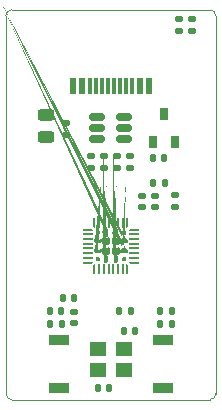
<source format=gtp>
G04 #@! TF.GenerationSoftware,KiCad,Pcbnew,(6.99.0-1912-g359c99991b)*
G04 #@! TF.CreationDate,2023-05-12T11:08:48+07:00*
G04 #@! TF.ProjectId,artemisia,61727465-6d69-4736-9961-2e6b69636164,1*
G04 #@! TF.SameCoordinates,Original*
G04 #@! TF.FileFunction,Paste,Top*
G04 #@! TF.FilePolarity,Positive*
%FSLAX46Y46*%
G04 Gerber Fmt 4.6, Leading zero omitted, Abs format (unit mm)*
G04 Created by KiCad (PCBNEW (6.99.0-1912-g359c99991b)) date 2023-05-12 11:08:48*
%MOMM*%
%LPD*%
G01*
G04 APERTURE LIST*
G04 Aperture macros list*
%AMRoundRect*
0 Rectangle with rounded corners*
0 $1 Rounding radius*
0 $2 $3 $4 $5 $6 $7 $8 $9 X,Y pos of 4 corners*
0 Add a 4 corners polygon primitive as box body*
4,1,4,$2,$3,$4,$5,$6,$7,$8,$9,$2,$3,0*
0 Add four circle primitives for the rounded corners*
1,1,$1+$1,$2,$3*
1,1,$1+$1,$4,$5*
1,1,$1+$1,$6,$7*
1,1,$1+$1,$8,$9*
0 Add four rect primitives between the rounded corners*
20,1,$1+$1,$2,$3,$4,$5,0*
20,1,$1+$1,$4,$5,$6,$7,0*
20,1,$1+$1,$6,$7,$8,$9,0*
20,1,$1+$1,$8,$9,$2,$3,0*%
%AMFreePoly0*
4,1,48,0.110161,0.186792,0.125324,0.186792,0.137592,0.177879,0.152013,0.173193,0.160926,0.160926,0.173193,0.152013,0.177879,0.137592,0.186792,0.125324,0.186792,0.110161,0.191478,0.095739,0.191478,0.038978,0.189091,0.031631,0.190299,0.024002,0.180121,0.004027,0.173193,-0.017296,0.166944,-0.021836,0.163437,-0.028719,0.028720,-0.163437,0.021836,-0.166945,0.017296,-0.173193,
-0.004024,-0.180120,-0.024001,-0.190299,-0.031631,-0.189091,-0.038978,-0.191478,-0.095739,-0.191478,-0.110161,-0.186792,-0.125324,-0.186792,-0.137592,-0.177879,-0.152013,-0.173193,-0.160926,-0.160926,-0.173193,-0.152013,-0.177879,-0.137592,-0.186792,-0.125324,-0.186792,-0.110161,-0.191478,-0.095739,-0.191478,0.095739,-0.186792,0.110161,-0.186792,0.125324,-0.177879,0.137592,-0.173193,0.152013,
-0.160926,0.160926,-0.152013,0.173193,-0.137592,0.177879,-0.125324,0.186792,-0.110161,0.186792,-0.095739,0.191478,0.095739,0.191478,0.110161,0.186792,0.110161,0.186792,$1*%
%AMFreePoly1*
4,1,51,0.004702,0.340259,0.012332,0.341467,0.032307,0.331289,0.053629,0.324361,0.058170,0.318111,0.065053,0.314604,0.163437,0.216219,0.166944,0.209336,0.173193,0.204796,0.180121,0.183473,0.190299,0.163498,0.189091,0.155869,0.191478,0.148522,0.191478,-0.148522,0.189091,-0.155869,0.190299,-0.163498,0.180121,-0.183473,0.173193,-0.204796,0.166944,-0.209336,0.163437,-0.216219,
0.065053,-0.314604,0.058170,-0.318111,0.053629,-0.324361,0.032307,-0.331289,0.012332,-0.341467,0.004702,-0.340259,-0.002645,-0.342646,-0.095739,-0.342646,-0.110161,-0.337960,-0.125324,-0.337960,-0.137592,-0.329047,-0.152013,-0.324361,-0.160926,-0.312094,-0.173193,-0.303181,-0.177879,-0.288760,-0.186792,-0.276492,-0.186792,-0.261329,-0.191478,-0.246907,-0.191478,0.246907,-0.186792,0.261329,
-0.186792,0.276492,-0.177879,0.288760,-0.173193,0.303181,-0.160926,0.312094,-0.152013,0.324361,-0.137592,0.329047,-0.125324,0.337960,-0.110161,0.337960,-0.095739,0.342646,-0.002645,0.342646,0.004702,0.340259,0.004702,0.340259,$1*%
%AMFreePoly2*
4,1,48,-0.031631,0.189091,-0.024001,0.190299,-0.004024,0.180120,0.017296,0.173193,0.021836,0.166945,0.028720,0.163437,0.163437,0.028719,0.166944,0.021836,0.173193,0.017296,0.180121,-0.004027,0.190299,-0.024002,0.189091,-0.031631,0.191478,-0.038978,0.191478,-0.095739,0.186792,-0.110161,0.186792,-0.125324,0.177879,-0.137592,0.173193,-0.152013,0.160926,-0.160926,0.152013,-0.173193,
0.137592,-0.177879,0.125324,-0.186792,0.110161,-0.186792,0.095739,-0.191478,-0.095739,-0.191478,-0.110161,-0.186792,-0.125324,-0.186792,-0.137592,-0.177879,-0.152013,-0.173193,-0.160926,-0.160926,-0.173193,-0.152013,-0.177879,-0.137592,-0.186792,-0.125324,-0.186792,-0.110161,-0.191478,-0.095739,-0.191478,0.095739,-0.186792,0.110161,-0.186792,0.125324,-0.177879,0.137592,-0.173193,0.152013,
-0.160926,0.160926,-0.152013,0.173193,-0.137592,0.177879,-0.125324,0.186792,-0.110161,0.186792,-0.095739,0.191478,-0.038978,0.191478,-0.031631,0.189091,-0.031631,0.189091,$1*%
%AMFreePoly3*
4,1,51,0.261329,0.186792,0.276492,0.186792,0.288760,0.177879,0.303181,0.173193,0.312094,0.160926,0.324361,0.152013,0.329047,0.137592,0.337960,0.125324,0.337960,0.110161,0.342646,0.095739,0.342646,0.002645,0.340259,-0.004702,0.341467,-0.012332,0.331288,-0.032309,0.324361,-0.053629,0.318113,-0.058169,0.314605,-0.065053,0.216219,-0.163437,0.209336,-0.166944,0.204796,-0.173193,
0.183473,-0.180121,0.163498,-0.190299,0.155869,-0.189091,0.148522,-0.191478,-0.148522,-0.191478,-0.155869,-0.189091,-0.163498,-0.190299,-0.183473,-0.180121,-0.204796,-0.173193,-0.209336,-0.166944,-0.216219,-0.163437,-0.314604,-0.065053,-0.318111,-0.058170,-0.324361,-0.053629,-0.331289,-0.032307,-0.341467,-0.012332,-0.340259,-0.004702,-0.342646,0.002645,-0.342646,0.095739,-0.337960,0.110161,
-0.337960,0.125324,-0.329047,0.137592,-0.324361,0.152013,-0.312094,0.160926,-0.303181,0.173193,-0.288760,0.177879,-0.276492,0.186792,-0.261329,0.186792,-0.246907,0.191478,0.246907,0.191478,0.261329,0.186792,0.261329,0.186792,$1*%
%AMFreePoly4*
4,1,57,0.195015,0.341746,0.197191,0.342329,0.200525,0.340774,0.218481,0.337608,0.232451,0.325886,0.248978,0.318179,0.318179,0.248978,0.321152,0.244733,0.323103,0.243606,0.324361,0.240149,0.334819,0.225214,0.336409,0.207049,0.342646,0.189911,0.342646,-0.189911,0.341746,-0.195015,0.342329,-0.197191,0.340774,-0.200525,0.337608,-0.218481,0.325886,-0.232451,0.318179,-0.248978,
0.248978,-0.318179,0.244733,-0.321152,0.243606,-0.323103,0.240149,-0.324361,0.225214,-0.334819,0.207049,-0.336409,0.189911,-0.342646,-0.189911,-0.342646,-0.195015,-0.341746,-0.197191,-0.342329,-0.200525,-0.340774,-0.218481,-0.337608,-0.232451,-0.325886,-0.248978,-0.318179,-0.318179,-0.248978,-0.321152,-0.244733,-0.323103,-0.243606,-0.324361,-0.240149,-0.334819,-0.225214,-0.336409,-0.207049,
-0.342646,-0.189911,-0.342646,0.189911,-0.341746,0.195015,-0.342329,0.197191,-0.340774,0.200525,-0.337608,0.218481,-0.325886,0.232451,-0.318179,0.248978,-0.248978,0.318179,-0.244733,0.321152,-0.243606,0.323103,-0.240149,0.324361,-0.225214,0.334819,-0.207049,0.336409,-0.189911,0.342646,0.189911,0.342646,0.195015,0.341746,0.195015,0.341746,$1*%
%AMFreePoly5*
4,1,51,0.155869,0.189091,0.163498,0.190299,0.183473,0.180121,0.204796,0.173193,0.209336,0.166944,0.216219,0.163437,0.314605,0.065053,0.318113,0.058169,0.324361,0.053629,0.331288,0.032309,0.341467,0.012332,0.340259,0.004702,0.342646,-0.002645,0.342646,-0.095739,0.337960,-0.110161,0.337960,-0.125324,0.329047,-0.137592,0.324361,-0.152013,0.312094,-0.160926,0.303181,-0.173193,
0.288760,-0.177879,0.276492,-0.186792,0.261329,-0.186792,0.246907,-0.191478,-0.246907,-0.191478,-0.261329,-0.186792,-0.276492,-0.186792,-0.288760,-0.177879,-0.303181,-0.173193,-0.312094,-0.160926,-0.324361,-0.152013,-0.329047,-0.137592,-0.337960,-0.125324,-0.337960,-0.110161,-0.342646,-0.095739,-0.342646,-0.002645,-0.340259,0.004702,-0.341467,0.012332,-0.331289,0.032307,-0.324361,0.053629,
-0.318111,0.058170,-0.314604,0.065053,-0.216219,0.163437,-0.209336,0.166944,-0.204796,0.173193,-0.183473,0.180121,-0.163498,0.190299,-0.155869,0.189091,-0.148522,0.191478,0.148522,0.191478,0.155869,0.189091,0.155869,0.189091,$1*%
%AMFreePoly6*
4,1,48,0.110161,0.186792,0.125324,0.186792,0.137592,0.177879,0.152013,0.173193,0.160926,0.160926,0.173193,0.152013,0.177879,0.137592,0.186792,0.125324,0.186792,0.110161,0.191478,0.095739,0.191478,-0.095739,0.186792,-0.110161,0.186792,-0.125324,0.177879,-0.137592,0.173193,-0.152013,0.160926,-0.160926,0.152013,-0.173193,0.137592,-0.177879,0.125324,-0.186792,0.110161,-0.186792,
0.095739,-0.191478,0.038978,-0.191478,0.031631,-0.189091,0.024002,-0.190299,0.004027,-0.180121,-0.017296,-0.173193,-0.021836,-0.166944,-0.028719,-0.163437,-0.163437,-0.028720,-0.166945,-0.021836,-0.173193,-0.017296,-0.180120,0.004024,-0.190299,0.024001,-0.189091,0.031631,-0.191478,0.038978,-0.191478,0.095739,-0.186792,0.110161,-0.186792,0.125324,-0.177879,0.137592,-0.173193,0.152013,
-0.160926,0.160926,-0.152013,0.173193,-0.137592,0.177879,-0.125324,0.186792,-0.110161,0.186792,-0.095739,0.191478,0.095739,0.191478,0.110161,0.186792,0.110161,0.186792,$1*%
%AMFreePoly7*
4,1,51,0.110161,0.337960,0.125324,0.337960,0.137592,0.329047,0.152013,0.324361,0.160926,0.312094,0.173193,0.303181,0.177879,0.288760,0.186792,0.276492,0.186792,0.261329,0.191478,0.246907,0.191478,-0.246907,0.186792,-0.261329,0.186792,-0.276492,0.177879,-0.288760,0.173193,-0.303181,0.160926,-0.312094,0.152013,-0.324361,0.137592,-0.329047,0.125324,-0.337960,0.110161,-0.337960,
0.095739,-0.342646,0.002645,-0.342646,-0.004702,-0.340259,-0.012332,-0.341467,-0.032309,-0.331288,-0.053629,-0.324361,-0.058169,-0.318113,-0.065053,-0.314605,-0.163437,-0.216219,-0.166944,-0.209336,-0.173193,-0.204796,-0.180121,-0.183473,-0.190299,-0.163498,-0.189091,-0.155869,-0.191478,-0.148522,-0.191478,0.148522,-0.189091,0.155869,-0.190299,0.163498,-0.180121,0.183473,-0.173193,0.204796,
-0.166944,0.209336,-0.163437,0.216219,-0.065053,0.314605,-0.058169,0.318113,-0.053629,0.324361,-0.032309,0.331288,-0.012332,0.341467,-0.004702,0.340259,0.002645,0.342646,0.095739,0.342646,0.110161,0.337960,0.110161,0.337960,$1*%
%AMFreePoly8*
4,1,48,0.110161,0.186792,0.125324,0.186792,0.137592,0.177879,0.152013,0.173193,0.160926,0.160926,0.173193,0.152013,0.177879,0.137592,0.186792,0.125324,0.186792,0.110161,0.191478,0.095739,0.191478,-0.095739,0.186792,-0.110161,0.186792,-0.125324,0.177879,-0.137592,0.173193,-0.152013,0.160926,-0.160926,0.152013,-0.173193,0.137592,-0.177879,0.125324,-0.186792,0.110161,-0.186792,
0.095739,-0.191478,-0.095739,-0.191478,-0.110161,-0.186792,-0.125324,-0.186792,-0.137592,-0.177879,-0.152013,-0.173193,-0.160926,-0.160926,-0.173193,-0.152013,-0.177879,-0.137592,-0.186792,-0.125324,-0.186792,-0.110161,-0.191478,-0.095739,-0.191478,-0.038978,-0.189091,-0.031631,-0.190299,-0.024001,-0.180120,-0.004024,-0.173193,0.017296,-0.166945,0.021836,-0.163437,0.028720,-0.028719,0.163437,
-0.021836,0.166944,-0.017296,0.173193,0.004027,0.180121,0.024002,0.190299,0.031631,0.189091,0.038978,0.191478,0.095739,0.191478,0.110161,0.186792,0.110161,0.186792,$1*%
%AMFreePoly9*
4,1,14,0.314644,0.085355,0.385355,0.014644,0.400000,-0.020711,0.400000,-0.050000,0.385355,-0.085355,0.350000,-0.100000,-0.350000,-0.100000,-0.385355,-0.085355,-0.400000,-0.050000,-0.400000,0.050000,-0.385355,0.085355,-0.350000,0.100000,0.279289,0.100000,0.314644,0.085355,0.314644,0.085355,$1*%
%AMFreePoly10*
4,1,15,0.385355,0.085355,0.400000,0.050000,0.400000,0.020711,0.397487,0.014645,0.385355,-0.014645,0.314644,-0.085355,0.279289,-0.100000,-0.350000,-0.100000,-0.385355,-0.085355,-0.400000,-0.050000,-0.400000,0.050000,-0.385355,0.085355,-0.350000,0.100000,0.350000,0.100000,0.385355,0.085355,0.385355,0.085355,$1*%
%AMFreePoly11*
4,1,15,0.085355,0.385355,0.100000,0.350000,0.100000,-0.350000,0.085355,-0.385355,0.050000,-0.400000,-0.050000,-0.400000,-0.085355,-0.385355,-0.100000,-0.350000,-0.100000,0.279289,-0.085355,0.314644,-0.014645,0.385355,-0.004289,0.389644,0.020711,0.400000,0.050000,0.400000,0.085355,0.385355,0.085355,0.385355,$1*%
%AMFreePoly12*
4,1,14,0.014644,0.385355,0.085355,0.314644,0.100000,0.279289,0.100000,-0.350000,0.085355,-0.385355,0.050000,-0.400000,-0.050000,-0.400000,-0.085355,-0.385355,-0.100000,-0.350000,-0.100000,0.350000,-0.085355,0.385355,-0.050000,0.400000,-0.020711,0.400000,0.014644,0.385355,0.014644,0.385355,$1*%
%AMFreePoly13*
4,1,14,0.385355,0.085355,0.400000,0.050000,0.400000,-0.050000,0.385355,-0.085355,0.350000,-0.100000,-0.279289,-0.100000,-0.314645,-0.085355,-0.385355,-0.014644,-0.400000,0.020711,-0.400000,0.050000,-0.385355,0.085355,-0.350000,0.100000,0.350000,0.100000,0.385355,0.085355,0.385355,0.085355,$1*%
%AMFreePoly14*
4,1,15,0.385355,0.085355,0.400000,0.050000,0.400000,-0.050000,0.385355,-0.085355,0.350000,-0.100000,-0.350000,-0.100000,-0.385355,-0.085355,-0.400000,-0.050000,-0.400000,-0.020711,-0.385355,0.014644,-0.314645,0.085355,-0.304289,0.089644,-0.279289,0.100000,0.350000,0.100000,0.385355,0.085355,0.385355,0.085355,$1*%
%AMFreePoly15*
4,1,14,0.085355,0.385355,0.100000,0.350000,0.100000,-0.279289,0.085355,-0.314645,0.014644,-0.385355,-0.020711,-0.400000,-0.050000,-0.400000,-0.085355,-0.385355,-0.100000,-0.350000,-0.100000,0.350000,-0.085355,0.385355,-0.050000,0.400000,0.050000,0.400000,0.085355,0.385355,0.085355,0.385355,$1*%
%AMFreePoly16*
4,1,14,0.085355,0.385355,0.100000,0.350000,0.100000,-0.350000,0.085355,-0.385355,0.050000,-0.400000,0.020711,-0.400000,-0.014645,-0.385355,-0.085355,-0.314644,-0.100000,-0.279289,-0.100000,0.350000,-0.085355,0.385355,-0.050000,0.400000,0.050000,0.400000,0.085355,0.385355,0.085355,0.385355,$1*%
G04 Aperture macros list end*
%ADD10FreePoly0,90.000000*%
%ADD11FreePoly1,90.000000*%
%ADD12FreePoly2,90.000000*%
%ADD13FreePoly3,90.000000*%
%ADD14FreePoly4,90.000000*%
%ADD15FreePoly5,90.000000*%
%ADD16FreePoly6,90.000000*%
%ADD17FreePoly7,90.000000*%
%ADD18FreePoly8,90.000000*%
%ADD19FreePoly9,90.000000*%
%ADD20RoundRect,0.050000X0.050000X-0.350000X0.050000X0.350000X-0.050000X0.350000X-0.050000X-0.350000X0*%
%ADD21FreePoly10,90.000000*%
%ADD22FreePoly11,90.000000*%
%ADD23RoundRect,0.050000X0.350000X-0.050000X0.350000X0.050000X-0.350000X0.050000X-0.350000X-0.050000X0*%
%ADD24FreePoly12,90.000000*%
%ADD25FreePoly13,90.000000*%
%ADD26FreePoly14,90.000000*%
%ADD27FreePoly15,90.000000*%
%ADD28FreePoly16,90.000000*%
%ADD29RoundRect,0.140000X-0.140000X-0.170000X0.140000X-0.170000X0.140000X0.170000X-0.140000X0.170000X0*%
%ADD30RoundRect,0.135000X0.185000X-0.135000X0.185000X0.135000X-0.185000X0.135000X-0.185000X-0.135000X0*%
%ADD31RoundRect,0.150000X-0.512500X-0.150000X0.512500X-0.150000X0.512500X0.150000X-0.512500X0.150000X0*%
%ADD32RoundRect,0.140000X0.140000X0.170000X-0.140000X0.170000X-0.140000X-0.170000X0.140000X-0.170000X0*%
%ADD33RoundRect,0.135000X0.135000X0.185000X-0.135000X0.185000X-0.135000X-0.185000X0.135000X-0.185000X0*%
%ADD34RoundRect,0.140000X0.170000X-0.140000X0.170000X0.140000X-0.170000X0.140000X-0.170000X-0.140000X0*%
%ADD35RoundRect,0.135000X-0.135000X-0.185000X0.135000X-0.185000X0.135000X0.185000X-0.135000X0.185000X0*%
%ADD36R,1.700000X0.900000*%
%ADD37R,0.800000X1.000000*%
%ADD38RoundRect,0.243750X0.456250X-0.243750X0.456250X0.243750X-0.456250X0.243750X-0.456250X-0.243750X0*%
%ADD39RoundRect,0.140000X-0.170000X0.140000X-0.170000X-0.140000X0.170000X-0.140000X0.170000X0.140000X0*%
%ADD40R,1.400000X1.200000*%
%ADD41RoundRect,0.135000X-0.185000X0.135000X-0.185000X-0.135000X0.185000X-0.135000X0.185000X0.135000X0*%
%ADD42RoundRect,0.147500X-0.172500X0.147500X-0.172500X-0.147500X0.172500X-0.147500X0.172500X0.147500X0*%
%ADD43R,0.600000X1.450000*%
%ADD44R,0.300000X1.450000*%
G04 #@! TA.AperFunction,Profile*
%ADD45C,0.100000*%
G04 #@! TD*
G04 APERTURE END LIST*
D10*
X7802500Y-21087500D03*
D11*
X8465000Y-21087500D03*
X9315000Y-21087500D03*
D12*
X9977500Y-21087500D03*
D13*
X7802500Y-20425000D03*
D14*
X8465000Y-20425000D03*
X9315000Y-20425000D03*
D15*
X9977500Y-20425000D03*
D13*
X7802500Y-19575000D03*
D14*
X8465000Y-19575000D03*
X9315000Y-19575000D03*
D15*
X9977500Y-19575000D03*
D16*
X7802500Y-18912500D03*
D17*
X8465000Y-18912500D03*
X9315000Y-18912500D03*
D18*
X9977500Y-18912500D03*
D19*
X7490000Y-21950000D03*
D20*
X7890000Y-21950000D03*
X8290000Y-21950000D03*
X8690000Y-21950000D03*
X9090000Y-21950000D03*
X9490000Y-21950000D03*
X9890000Y-21950000D03*
D21*
X10290000Y-21950000D03*
D22*
X10840000Y-21400000D03*
D23*
X10840000Y-21000000D03*
X10840000Y-20600000D03*
X10840000Y-20200000D03*
X10840000Y-19800000D03*
X10840000Y-19400000D03*
X10840000Y-19000000D03*
D24*
X10840000Y-18600000D03*
D25*
X10290000Y-18050000D03*
D20*
X9890000Y-18050000D03*
X9490000Y-18050000D03*
X9090000Y-18050000D03*
X8690000Y-18050000D03*
X8290000Y-18050000D03*
X7890000Y-18050000D03*
D26*
X7490000Y-18050000D03*
D27*
X6940000Y-18600000D03*
D23*
X6940000Y-19000000D03*
X6940000Y-19400000D03*
X6940000Y-19800000D03*
X6940000Y-20200000D03*
X6940000Y-20600000D03*
X6940000Y-21000000D03*
D28*
X6940000Y-21400000D03*
D29*
X7790000Y-32025000D03*
X8750000Y-32025000D03*
D30*
X14300000Y-16710000D03*
X14300000Y-15690000D03*
D29*
X12495000Y-14650000D03*
X13455000Y-14650000D03*
D31*
X7752500Y-9050000D03*
X7752500Y-10000000D03*
X7752500Y-10950000D03*
X10027500Y-10950000D03*
X10027500Y-10000000D03*
X10027500Y-9050000D03*
D32*
X13400000Y-12500000D03*
X12440000Y-12500000D03*
D33*
X4720000Y-26600000D03*
X3700000Y-26600000D03*
D34*
X12610000Y-16680000D03*
X12610000Y-15720000D03*
D29*
X9620000Y-25500000D03*
X10580000Y-25500000D03*
D32*
X4690000Y-25500000D03*
X3730000Y-25500000D03*
D35*
X13060000Y-26600000D03*
X14080000Y-26600000D03*
D36*
X4499999Y-32024999D03*
X4499999Y-27924999D03*
D37*
X12450000Y-11199999D03*
X14349999Y-11199999D03*
X13399999Y-8799999D03*
D38*
X3400000Y-10737500D03*
X3400000Y-8862500D03*
D36*
X13279999Y-27924999D03*
X13279999Y-32024999D03*
D30*
X5100000Y-10610000D03*
X5100000Y-9590000D03*
D39*
X5800000Y-25570000D03*
X5800000Y-26530000D03*
D29*
X9990000Y-27150000D03*
X10950000Y-27150000D03*
D39*
X11500000Y-15720000D03*
X11500000Y-16680000D03*
D29*
X4840000Y-24400000D03*
X5800000Y-24400000D03*
D40*
X9989999Y-28749999D03*
X7789999Y-28749999D03*
X7789999Y-30449999D03*
X9989999Y-30449999D03*
D30*
X8325000Y-13410000D03*
X8325000Y-12390000D03*
D32*
X14050000Y-25500000D03*
X13090000Y-25500000D03*
D41*
X7225000Y-12390000D03*
X7225000Y-13410000D03*
D42*
X14700000Y-815000D03*
X14700000Y-1785000D03*
D30*
X9425000Y-13410000D03*
X9425000Y-12390000D03*
X10550000Y-13410000D03*
X10550000Y-12390000D03*
X15800000Y-1810000D03*
X15800000Y-790000D03*
D43*
X12114999Y-6424999D03*
X11339999Y-6424999D03*
D44*
X10639999Y-6424999D03*
X10139999Y-6424999D03*
X9639999Y-6424999D03*
X9139999Y-6424999D03*
X8639999Y-6424999D03*
X8139999Y-6424999D03*
X7639999Y-6424999D03*
X7139999Y-6424999D03*
D43*
X6439999Y-6424999D03*
X5664999Y-6424999D03*
D45*
X0Y-500000D02*
X0Y-32500000D01*
X17780000Y-500000D02*
G75*
G03*
X17280000Y0I-500000J0D01*
G01*
X0Y-32500000D02*
G75*
G03*
X500000Y-33000000I500000J0D01*
G01*
X500000Y0D02*
G75*
G03*
X0Y-500000I0J-500000D01*
G01*
X17780000Y-500000D02*
X17780000Y-32500000D01*
X500000Y0D02*
X17280000Y0D01*
X500000Y-33000000D02*
X17280000Y-33000000D01*
X17280000Y-33000000D02*
G75*
G03*
X17780000Y-32500000I0J500000D01*
G01*
M02*

</source>
